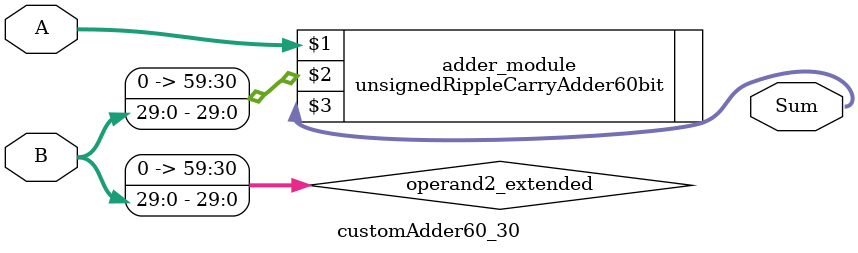
<source format=v>
module customAdder60_30(
                        input [59 : 0] A,
                        input [29 : 0] B,
                        
                        output [60 : 0] Sum
                );

        wire [59 : 0] operand2_extended;
        
        assign operand2_extended =  {30'b0, B};
        
        unsignedRippleCarryAdder60bit adder_module(
            A,
            operand2_extended,
            Sum
        );
        
        endmodule
        
</source>
